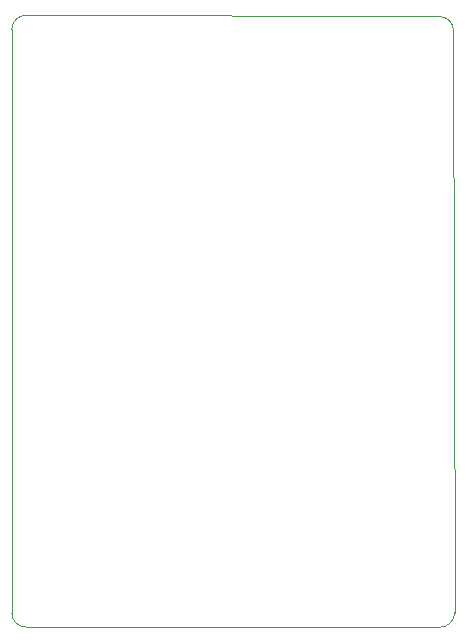
<source format=gbr>
%TF.GenerationSoftware,KiCad,Pcbnew,8.0.1*%
%TF.CreationDate,2024-05-07T16:59:08+08:00*%
%TF.ProjectId,ESP32wroom,45535033-3277-4726-9f6f-6d2e6b696361,rev?*%
%TF.SameCoordinates,Original*%
%TF.FileFunction,Profile,NP*%
%FSLAX46Y46*%
G04 Gerber Fmt 4.6, Leading zero omitted, Abs format (unit mm)*
G04 Created by KiCad (PCBNEW 8.0.1) date 2024-05-07 16:59:08*
%MOMM*%
%LPD*%
G01*
G04 APERTURE LIST*
%TA.AperFunction,Profile*%
%ADD10C,0.100000*%
%TD*%
G04 APERTURE END LIST*
D10*
X168203751Y-79503266D02*
X168200000Y-121100000D01*
X204402051Y-78395912D02*
G75*
G02*
X205602086Y-79593518I49J-1199988D01*
G01*
X204500000Y-78399178D02*
X169401357Y-78303266D01*
X169399783Y-130099297D02*
X204499998Y-130100000D01*
X205697604Y-128900000D02*
G75*
G02*
X204499998Y-130100002I-1200004J0D01*
G01*
X168203751Y-79503266D02*
G75*
G02*
X169401357Y-78303253I1200049J-34D01*
G01*
X169399783Y-130099297D02*
G75*
G02*
X168199805Y-128901691I17J1199997D01*
G01*
X205700000Y-128900000D02*
X205602051Y-79593518D01*
X168200000Y-121100000D02*
X168199783Y-128901691D01*
M02*

</source>
